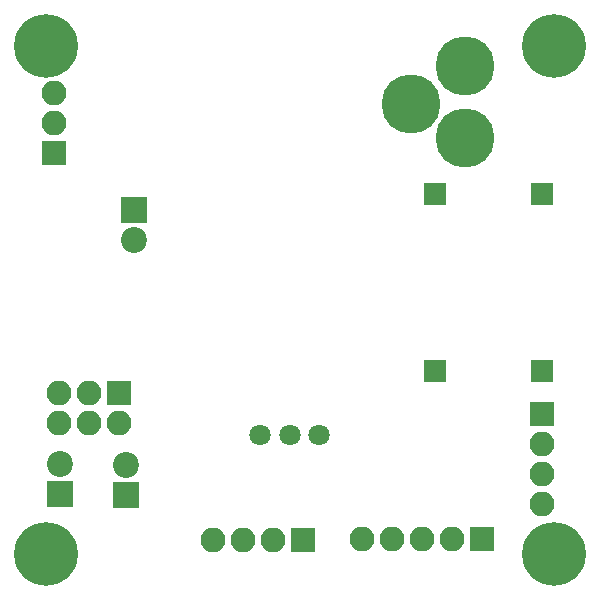
<source format=gbr>
G04 #@! TF.FileFunction,Soldermask,Bot*
%FSLAX46Y46*%
G04 Gerber Fmt 4.6, Leading zero omitted, Abs format (unit mm)*
G04 Created by KiCad (PCBNEW 4.0.5) date 03/19/17 17:23:27*
%MOMM*%
%LPD*%
G01*
G04 APERTURE LIST*
%ADD10C,0.100000*%
%ADD11C,1.797000*%
%ADD12C,5.400000*%
%ADD13R,2.100000X2.100000*%
%ADD14O,2.100000X2.100000*%
%ADD15R,2.200000X2.200000*%
%ADD16C,2.200000*%
%ADD17C,5.000000*%
%ADD18R,1.924000X1.924000*%
G04 APERTURE END LIST*
D10*
D11*
X21122640Y-35941000D03*
X26121360Y-35941000D03*
X23622000Y-35941000D03*
D12*
X46000000Y-46000000D03*
X3000000Y-46000000D03*
X3000000Y-3000000D03*
X46000000Y-3000000D03*
D13*
X44958000Y-34163000D03*
D14*
X44958000Y-36703000D03*
X44958000Y-39243000D03*
X44958000Y-41783000D03*
D15*
X10414000Y-16891000D03*
D16*
X10414000Y-19431000D03*
D13*
X9144000Y-32385000D03*
D14*
X9144000Y-34925000D03*
X6604000Y-32385000D03*
X6604000Y-34925000D03*
X4064000Y-32385000D03*
X4064000Y-34925000D03*
D17*
X38481000Y-4699000D03*
X38481000Y-10799000D03*
X33881000Y-7899000D03*
D13*
X24765000Y-44831000D03*
D14*
X22225000Y-44831000D03*
X19685000Y-44831000D03*
X17145000Y-44831000D03*
D15*
X4191000Y-40894000D03*
D16*
X4191000Y-38354000D03*
D15*
X9779000Y-41021000D03*
D16*
X9779000Y-38481000D03*
D13*
X39878000Y-44704000D03*
D14*
X37338000Y-44704000D03*
X34798000Y-44704000D03*
X32258000Y-44704000D03*
X29718000Y-44704000D03*
D18*
X44958000Y-15494000D03*
X35958000Y-15494000D03*
X44958000Y-30494000D03*
X35958000Y-30494000D03*
D13*
X3683000Y-12065000D03*
D14*
X3683000Y-9525000D03*
X3683000Y-6985000D03*
M02*

</source>
